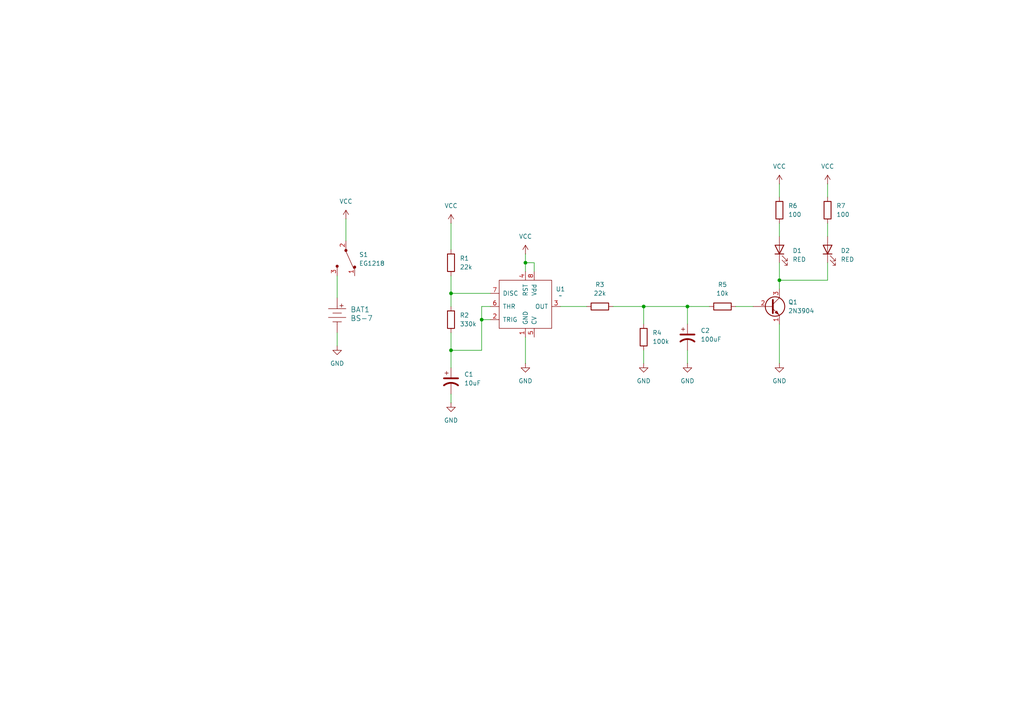
<source format=kicad_sch>
(kicad_sch (version 20231120) (generator "eeschema") (generator_version "8.0")
  (paper "A4")
  (title_block (title "555 Badge") (date "2024-10-30") (rev "v01") (comment 3 "Liesnse: CC BY4.0") (comment 4 "Author: Ekin Berktay"))
  (lib_symbols
    (symbol "7555:7555" (pin_names (offset 1.016))
      (property "Reference" "U" (at 26.162 -19.558 0))
      (symbol "7555_0_1"
        (rectangle (start 25.4 -20.32) (end 40.64 -34.29))
      )
      (symbol "7555_1_1"
        (pin input line (at 33.02 -36.83 90) (length 2.54) (name "GND") (number "1"))
        (pin input line (at 22.86 -31.75 0) (length 2.54) (name "TRIG") (number "2"))
        (pin input line (at 43.18 -27.94 180) (length 2.54) (name "OUT") (number "3"))
        (pin input line (at 33.02 -17.78 270) (length 2.54) (name "RST") (number "4"))
        (pin input line (at 35.56 -36.83 90) (length 2.54) (name "CV") (number "5"))
        (pin input line (at 22.86 -27.94 0) (length 2.54) (name "THR") (number "6"))
        (pin input line (at 22.86 -24.13 0) (length 2.54) (name "DISC") (number "7"))
        (pin input line (at 35.56 -17.78 270) (length 2.54) (name "Vdd") (number "8"))
      )
    )
    (symbol "Device:C_Polarized_US" (pin_numbers hide) (pin_names (offset 0.254) hide)
      (property "Reference" "C" (at 0.635 2.54 0))
      (property "Value" "C_Polarized_US" (at 0.635 -2.54 0))
      (symbol "C_Polarized_US_0_1"
        (polyline (pts (xy -2.032 0.762) (xy 2.032 0.762)) (stroke (width 0.508)))
        (polyline (pts (xy -1.778 2.286) (xy -0.762 2.286)))
        (polyline (pts (xy -1.27 1.778) (xy -1.27 2.794)))
        (arc (start 2.032 -1.27) (mid 0 -0.5572) (end -2.032 -1.27) (stroke (width 0.508)))
      )
      (symbol "C_Polarized_US_1_1"
        (pin passive line (at 0 3.81 270) (length 2.794) (name "~") (number "1"))
        (pin passive line (at 0 -3.81 90) (length 3.302) (name "~") (number "2"))
      )
    )
    (symbol "Device:LED" (pin_numbers hide) (pin_names (offset 1.016) hide)
      (property "Reference" "D" (at 0 2.54 0))
      (property "Value" "LED" (at 0 -2.54 0))
      (symbol "LED_0_1"
        (polyline (pts (xy -1.27 -1.27) (xy -1.27 1.27)) (stroke (width 0.254)))
        (polyline (pts (xy -1.27 0) (xy 1.27 0)))
        (polyline (pts (xy 1.27 -1.27) (xy 1.27 1.27) (xy -1.27 0) (xy 1.27 -1.27)) (stroke (width 0.254)))
        (polyline (pts (xy -3.048 -0.762) (xy -4.572 -2.286) (xy -3.81 -2.286) (xy -4.572 -2.286) (xy -4.572 -1.524)))
        (polyline (pts (xy -1.778 -0.762) (xy -3.302 -2.286) (xy -2.54 -2.286) (xy -3.302 -2.286) (xy -3.302 -1.524)))
      )
      (symbol "LED_1_1"
        (pin passive line (at -3.81 0 0) (length 2.54) (name "K") (number "1"))
        (pin passive line (at 3.81 0 180) (length 2.54) (name "A") (number "2"))
      )
    )
    (symbol "Device:R" (pin_numbers hide) (pin_names (offset 0))
      (property "Reference" "R" (at 2.032 0 90))
      (property "Value" "R" (at 0 0 90))
      (symbol "R_0_1"
        (rectangle (start -1.016 -2.54) (end 1.016 2.54) (stroke (width 0.254)))
      )
      (symbol "R_1_1"
        (pin passive line (at 0 3.81 270) (length 1.27) (name "~") (number "1"))
        (pin passive line (at 0 -3.81 90) (length 1.27) (name "~") (number "2"))
      )
    )
    (symbol "Transistor_BJT:2N3904" (pin_names (offset 0) hide)
      (property "Reference" "Q" (at 5.08 1.905 0))
      (property "Value" "2N3904" (at 5.08 0 0))
      (symbol "2N3904_0_1"
        (polyline (pts (xy 0.635 0.635) (xy 2.54 2.54)))
        (polyline (pts (xy 0.635 -0.635) (xy 2.54 -2.54) (xy 2.54 -2.54)))
        (polyline (pts (xy 0.635 1.905) (xy 0.635 -1.905) (xy 0.635 -1.905)) (stroke (width 0.508)))
        (polyline (pts (xy 1.27 -1.778) (xy 1.778 -1.27) (xy 2.286 -2.286) (xy 1.27 -1.778) (xy 1.27 -1.778)) (fill (type outline)))
        (circle (center 1.27 0) (radius 2.8194) (stroke (width 0.254)))
      )
      (symbol "2N3904_1_1"
        (pin passive line (at 2.54 -5.08 90) (length 2.54) (name "E") (number "1"))
        (pin passive line (at -5.08 0 0) (length 5.715) (name "B") (number "2"))
        (pin passive line (at 2.54 5.08 270) (length 2.54) (name "C") (number "3"))
      )
    )
    (symbol "dk_Battery-Holders-Clips-Contacts:BS-7" (pin_numbers hide) (pin_names (offset 1.016))
      (property "Reference" "BAT" (at -1.27 3.81 0))
      (property "Value" "BS-7" (at -1.27 -3.81 0))
      (symbol "BS-7_1_1"
        (polyline (pts (xy 0 -2.54) (xy 0 -1.905)))
        (polyline (pts (xy 0 1.905) (xy 0 2.54)))
        (polyline (pts (xy 1.27 -1.905) (xy -1.27 -1.905)))
        (polyline (pts (xy 1.27 0.635) (xy -1.27 0.635)))
        (polyline (pts (xy 1.27 2.286) (xy 1.27 3.302)))
        (polyline (pts (xy 1.778 2.794) (xy 0.762 2.794)))
        (polyline (pts (xy 2.54 -0.635) (xy -2.54 -0.635)))
        (polyline (pts (xy 2.54 1.905) (xy -2.54 1.905)))
        (pin power_out line (at 0 -5.08 90) (length 2.54) (name "~") (number "Neg"))
        (pin power_out line (at 0 5.08 270) (length 2.54) (name "~") (number "Pos"))
      )
    )
    (symbol "dk_Slide-Switches:EG1218" (pin_names (offset 0))
      (property "Reference" "S" (at -3.81 2.286 0))
      (property "Value" "EG1218" (at 0 -5.334 0))
      (symbol "EG1218_0_1"
        (circle (center -2.286 0) (radius 0.3556) (fill (type outline)))
        (polyline (pts (xy -2.032 0) (xy 3.048 2.286)))
        (circle (center 2.286 -2.54) (radius 0.3556) (fill (type outline)))
        (circle (center 2.54 2.54) (radius 0.3556) (fill (type outline)))
      )
      (symbol "EG1218_1_1"
        (pin passive line (at 5.08 2.54 180) (length 2.54) (name "~") (number "1"))
        (pin passive line (at -5.08 0 0) (length 2.54) (name "~") (number "2"))
        (pin passive line (at 5.08 -2.54 180) (length 2.54) (name "~") (number "3"))
      )
    )
    (symbol "power:GND" (power) (pin_numbers hide) (pin_names (offset 0) hide)
      (property "Value" "GND" (at 0 -3.81 0))
      (symbol "GND_0_1"
        (polyline (pts (xy 0 0) (xy 0 -1.27) (xy 1.27 -1.27) (xy 0 -2.54) (xy -1.27 -1.27) (xy 0 -1.27)))
      )
      (symbol "GND_1_1"
        (pin power_in line (at 0 0 270) (length 0) (name "~") (number "1"))
      )
    )
    (symbol "power:VCC" (power) (pin_numbers hide) (pin_names (offset 0) hide)
      (property "Value" "VCC" (at 0 3.556 0))
      (symbol "VCC_0_1"
        (polyline (pts (xy -0.762 1.27) (xy 0 2.54)))
        (polyline (pts (xy 0 0) (xy 0 2.54)))
        (polyline (pts (xy 0 2.54) (xy 0.762 1.27)))
      )
      (symbol "VCC_1_1"
        (pin power_in line (at 0 0 90) (length 0) (name "~") (number "1"))
      )
    )
  )
  (junction (at 226.06 81.28))
  (junction (at 152.4 76.2))
  (junction (at 186.69 88.9))
  (junction (at 139.7 92.71))
  (junction (at 130.81 101.6))
  (junction (at 130.81 85.09))
  (junction (at 199.39 88.9))
  (wire (pts (xy 130.81 64.77) (xy 130.81 72.39)))
  (wire (pts (xy 130.81 85.09) (xy 130.81 88.9)))
  (wire (pts (xy 199.39 101.6) (xy 199.39 105.41)))
  (wire (pts (xy 226.06 93.98) (xy 226.06 105.41)))
  (wire (pts (xy 130.81 96.52) (xy 130.81 101.6)))
  (wire (pts (xy 186.69 101.6) (xy 186.69 105.41)))
  (wire (pts (xy 130.81 80.01) (xy 130.81 85.09)))
  (wire (pts (xy 240.03 64.77) (xy 240.03 68.58)))
  (wire (pts (xy 226.06 81.28) (xy 226.06 83.82)))
  (wire (pts (xy 100.33 63.5) (xy 100.33 69.85)))
  (wire (pts (xy 130.81 101.6) (xy 130.81 106.68)))
  (wire (pts (xy 97.79 96.52) (xy 97.79 100.33)))
  (wire (pts (xy 130.81 85.09) (xy 142.24 85.09)))
  (wire (pts (xy 162.56 88.9) (xy 170.18 88.9)))
  (wire (pts (xy 226.06 53.34) (xy 226.06 57.15)))
  (wire (pts (xy 97.79 80.01) (xy 97.79 86.36)))
  (wire (pts (xy 152.4 76.2) (xy 152.4 78.74)))
  (wire (pts (xy 142.24 92.71) (xy 139.7 92.71)))
  (wire (pts (xy 213.36 88.9) (xy 218.44 88.9)))
  (wire (pts (xy 152.4 73.66) (xy 152.4 76.2)))
  (wire (pts (xy 186.69 88.9) (xy 186.69 93.98)))
  (wire (pts (xy 177.8 88.9) (xy 186.69 88.9)))
  (wire (pts (xy 186.69 88.9) (xy 199.39 88.9)))
  (wire (pts (xy 152.4 97.79) (xy 152.4 105.41)))
  (wire (pts (xy 139.7 92.71) (xy 139.7 101.6)))
  (wire (pts (xy 226.06 76.2) (xy 226.06 81.28)))
  (wire (pts (xy 142.24 88.9) (xy 139.7 88.9)))
  (wire (pts (xy 139.7 101.6) (xy 130.81 101.6)))
  (wire (pts (xy 154.94 78.74) (xy 154.94 76.2)))
  (wire (pts (xy 240.03 53.34) (xy 240.03 57.15)))
  (wire (pts (xy 130.81 114.3) (xy 130.81 116.84)))
  (wire (pts (xy 205.74 88.9) (xy 199.39 88.9)))
  (wire (pts (xy 152.4 76.2) (xy 154.94 76.2)))
  (wire (pts (xy 199.39 88.9) (xy 199.39 93.98)))
  (wire (pts (xy 139.7 88.9) (xy 139.7 92.71)))
  (wire (pts (xy 226.06 64.77) (xy 226.06 68.58)))
  (wire (pts (xy 240.03 81.28) (xy 226.06 81.28)))
  (wire (pts (xy 240.03 76.2) (xy 240.03 81.28)))
  (symbol (lib_id "power:GND") (at 130.81 116.84 0) (unit 1)
    (property "Reference" "#PWR01" (effects (hide yes)))
    (property "Value" "GND" (at 130.81 121.92 0))
    (property "Description" "Power symbol creates a global label with name \"GND\" , ground" (effects (hide yes)))
  )
  (symbol (lib_id "power:GND") (at 226.06 105.41 0) (unit 1)
    (property "Reference" "#PWR05" (effects (hide yes)))
    (property "Value" "GND" (at 226.06 110.49 0))
    (property "Description" "Power symbol creates a global label with name \"GND\" , ground" (effects (hide yes)))
  )
  (symbol (lib_id "power:GND") (at 186.69 105.41 0) (unit 1)
    (property "Reference" "#PWR03" (effects (hide yes)))
    (property "Value" "GND" (at 186.69 110.49 0))
    (property "Description" "Power symbol creates a global label with name \"GND\" , ground" (effects (hide yes)))
  )
  (symbol (lib_id "Device:C_Polarized_US") (at 199.39 97.79 0) (unit 1)
    (property "Reference" "C2" (at 203.2 95.8849 0) (effects (justify left)))
    (property "Value" "100uF" (at 203.2 98.4249 0) (effects (justify left)))
    (property "Footprint" "Capacitor_THT:CP_Radial_D6.3mm_P2.50mm" (effects (hide yes)))
    (property "Description" "Polarized capacitor, US symbol" (effects (hide yes)))
  )
  (symbol (lib_id "power:VCC") (at 130.81 64.77 0) (unit 1)
    (property "Reference" "#PWR07" (effects (hide yes)))
    (property "Value" "VCC" (at 130.81 59.69 0))
    (property "Description" "Power symbol creates a global label with name \"VCC\"" (effects (hide yes)))
  )
  (symbol (lib_id "power:VCC") (at 226.06 53.34 0) (unit 1)
    (property "Reference" "#PWR010" (effects (hide yes)))
    (property "Value" "VCC" (at 226.06 48.26 0))
    (property "Description" "Power symbol creates a global label with name \"VCC\"" (effects (hide yes)))
  )
  (symbol (lib_id "power:GND") (at 152.4 105.41 0) (unit 1)
    (property "Reference" "#PWR09" (effects (hide yes)))
    (property "Value" "GND" (at 152.4 110.49 0))
    (property "Description" "Power symbol creates a global label with name \"GND\" , ground" (effects (hide yes)))
  )
  (symbol (lib_id "power:GND") (at 199.39 105.41 0) (unit 1)
    (property "Reference" "#PWR04" (effects (hide yes)))
    (property "Value" "GND" (at 199.39 110.49 0))
    (property "Description" "Power symbol creates a global label with name \"GND\" , ground" (effects (hide yes)))
  )
  (symbol (lib_id "power:VCC") (at 240.03 53.34 0) (unit 1)
    (property "Reference" "#PWR011" (effects (hide yes)))
    (property "Value" "VCC" (at 240.03 48.26 0))
    (property "Description" "Power symbol creates a global label with name \"VCC\"" (effects (hide yes)))
  )
  (symbol (lib_id "Device:R") (at 226.06 60.96 0) (unit 1)
    (property "Reference" "R6" (at 228.6 59.6899 0) (effects (justify left)))
    (property "Value" "100" (at 228.6 62.2299 0) (effects (justify left)))
    (property "Footprint" "Resistor_THT:R_Axial_DIN0207_L6.3mm_D2.5mm_P7.62mm_Horizontal" (effects (hide yes)))
    (property "Description" "Resistor" (effects (hide yes)))
  )
  (symbol (lib_id "Device:LED") (at 240.03 72.39 90) (unit 1)
    (property "Reference" "D2" (at 243.84 72.7074 90) (effects (justify right)))
    (property "Value" "RED" (at 243.84 75.2474 90) (effects (justify right)))
    (property "Footprint" "LED_THT:LED_D3.0mm" (effects (hide yes)))
    (property "Description" "Light emitting diode" (effects (hide yes)))
  )
  (symbol (lib_id "power:GND") (at 97.79 100.33 0) (unit 1)
    (property "Reference" "#PWR02" (effects (hide yes)))
    (property "Value" "GND" (at 97.79 105.41 0))
    (property "Description" "Power symbol creates a global label with name \"GND\" , ground" (effects (hide yes)))
  )
  (symbol (lib_id "power:VCC") (at 100.33 63.5 0) (unit 1)
    (property "Reference" "#PWR06" (effects (hide yes)))
    (property "Value" "VCC" (at 100.33 58.42 0))
    (property "Description" "Power symbol creates a global label with name \"VCC\"" (effects (hide yes)))
  )
  (symbol (lib_id "Device:R") (at 130.81 76.2 0) (unit 1)
    (property "Reference" "R1" (at 133.35 74.9299 0) (effects (justify left)))
    (property "Value" "22k" (at 133.35 77.4699 0) (effects (justify left)))
    (property "Footprint" "Resistor_THT:R_Axial_DIN0207_L6.3mm_D2.5mm_P7.62mm_Horizontal" (effects (hide yes)))
    (property "Description" "Resistor" (effects (hide yes)))
  )
  (symbol (lib_id "dk_Battery-Holders-Clips-Contacts:BS-7") (at 97.79 91.44 0) (unit 1)
    (property "Reference" "BAT1" (at 101.6 89.7889 0) (effects (font (size 1.524 1.524)) (justify left)))
    (property "Value" "BS-7" (at 101.6 92.3289 0) (effects (font (size 1.524 1.524)) (justify left)))
    (property "Footprint" "digikey-footprints:Battery_Holder_Coin_2032_BS-7" (effects (hide yes)))
    (property "Datasheet" "http://www.memoryprotectiondevices.com/datasheets/BS-7-datasheet.pdf" (effects (hide yes)))
    (property "Description" "BATTERY HOLDER COIN 20MM PC PIN" (effects (hide yes)))
    (property "Digi-Key_PN" "BS-7-ND" (effects (hide yes)))
    (property "MPN" "BS-7" (effects (hide yes)))
    (property "Category" "Battery Products" (effects (hide yes)))
    (property "Family" "Battery Holders, Clips, Contacts" (effects (hide yes)))
    (property "DK_Datasheet_Link" "http://www.memoryprotectiondevices.com/datasheets/BS-7-datasheet.pdf" (effects (hide yes)))
    (property "DK_Detail_Page" "/product-detail/en/mpd-memory-protection-devices/BS-7/BS-7-ND/389447" (effects (hide yes)))
    (property "Description_1" "BATTERY HOLDER COIN 20MM PC PIN" (effects (hide yes)))
    (property "Manufacturer" "MPD (Memory Protection Devices)" (effects (hide yes)))
    (property "Status" "Active" (effects (hide yes)))
  )
  (symbol (lib_id "Device:R") (at 173.99 88.9 90) (unit 1)
    (property "Reference" "R3" (at 173.99 82.55 90))
    (property "Value" "22k" (at 173.99 85.09 90))
    (property "Footprint" "Resistor_THT:R_Axial_DIN0207_L6.3mm_D2.5mm_P7.62mm_Horizontal" (effects (hide yes)))
    (property "Description" "Resistor" (effects (hide yes)))
  )
  (symbol (lib_id "Transistor_BJT:2N3904") (at 223.52 88.9 0) (unit 1)
    (property "Reference" "Q1" (at 228.6 87.6299 0) (effects (justify left)))
    (property "Value" "2N3904" (at 228.6 90.1699 0) (effects (justify left)))
    (property "Footprint" "digikey-footprints:TO-92-3" (effects (hide yes)))
    (property "Datasheet" "https://www.onsemi.com/pub/Collateral/2N3903-D.PDF" (effects (hide yes)))
    (property "Description" "0.2A Ic, 40V Vce, Small Signal NPN Transistor, TO-92" (effects (hide yes)))
  )
  (symbol (lib_id "power:VCC") (at 152.4 73.66 0) (unit 1)
    (property "Reference" "#PWR08" (effects (hide yes)))
    (property "Value" "VCC" (at 152.4 68.58 0))
    (property "Description" "Power symbol creates a global label with name \"VCC\"" (effects (hide yes)))
  )
  (symbol (lib_id "dk_Slide-Switches:EG1218") (at 100.33 74.93 270) (unit 1)
    (property "Reference" "S1" (at 104.14 73.8631 90) (effects (justify left)))
    (property "Value" "EG1218" (at 104.14 76.4031 90) (effects (justify left)))
    (property "Footprint" "digikey-footprints:Switch_Slide_11.6x4mm_EG1218" (effects (hide yes)))
    (property "Datasheet" "http://spec_sheets.e-switch.com/specs/P040040.pdf" (effects (hide yes)))
    (property "Description" "SWITCH SLIDE SPDT 200MA 30V" (effects (hide yes)))
    (property "Digi-Key_PN" "EG1903-ND" (effects (hide yes)))
    (property "MPN" "EG1218" (effects (hide yes)))
    (property "Category" "Switches" (effects (hide yes)))
    (property "Family" "Slide Switches" (effects (hide yes)))
    (property "DK_Datasheet_Link" "http://spec_sheets.e-switch.com/specs/P040040.pdf" (effects (hide yes)))
    (property "DK_Detail_Page" "/product-detail/en/e-switch/EG1218/EG1903-ND/101726" (effects (hide yes)))
    (property "Description_1" "SWITCH SLIDE SPDT 200MA 30V" (effects (hide yes)))
    (property "Manufacturer" "E-Switch" (effects (hide yes)))
    (property "Status" "Active" (effects (hide yes)))
  )
  (symbol (lib_id "Device:R") (at 240.03 60.96 0) (unit 1)
    (property "Reference" "R7" (at 242.57 59.6899 0) (effects (justify left)))
    (property "Value" "100" (at 242.57 62.2299 0) (effects (justify left)))
    (property "Footprint" "Resistor_THT:R_Axial_DIN0207_L6.3mm_D2.5mm_P7.62mm_Horizontal" (effects (hide yes)))
    (property "Description" "Resistor" (effects (hide yes)))
  )
  (symbol (lib_id "Device:LED") (at 226.06 72.39 90) (unit 1)
    (property "Reference" "D1" (at 229.87 72.7074 90) (effects (justify right)))
    (property "Value" "RED" (at 229.87 75.2474 90) (effects (justify right)))
    (property "Footprint" "LED_THT:LED_D3.0mm" (effects (hide yes)))
    (property "Description" "Light emitting diode" (effects (hide yes)))
  )
  (symbol (lib_id "Device:C_Polarized_US") (at 130.81 110.49 0) (unit 1)
    (property "Reference" "C1" (at 134.62 108.5849 0) (effects (justify left)))
    (property "Value" "10uF" (at 134.62 111.1249 0) (effects (justify left)))
    (property "Footprint" "Capacitor_THT:CP_Radial_D5.0mm_P2.00mm" (effects (hide yes)))
    (property "Description" "Polarized capacitor, US symbol" (effects (hide yes)))
  )
  (symbol (lib_id "Device:R") (at 186.69 97.79 0) (unit 1)
    (property "Reference" "R4" (at 189.23 96.5199 0) (effects (justify left)))
    (property "Value" "100k" (at 189.23 99.0599 0) (effects (justify left)))
    (property "Footprint" "Resistor_THT:R_Axial_DIN0207_L6.3mm_D2.5mm_P7.62mm_Horizontal" (effects (hide yes)))
    (property "Description" "Resistor" (effects (hide yes)))
  )
  (symbol (lib_id "Device:R") (at 130.81 92.71 0) (unit 1)
    (property "Reference" "R2" (at 133.35 91.4399 0) (effects (justify left)))
    (property "Value" "330k" (at 133.35 93.9799 0) (effects (justify left)))
    (property "Footprint" "Resistor_THT:R_Axial_DIN0207_L6.3mm_D2.5mm_P7.62mm_Horizontal" (effects (hide yes)))
    (property "Description" "Resistor" (effects (hide yes)))
  )
  (symbol (lib_id "7555:7555") (at 119.38 60.96 0) (unit 1)
    (property "Reference" "U1" (at 162.56 83.8514 0))
    (property "Value" "~" (at 162.56 85.7565 0))
    (property "Footprint" "555_Badge:ICM7555-PDIP" (effects (hide yes)))
  )
  (symbol (lib_id "Device:R") (at 209.55 88.9 90) (unit 1)
    (property "Reference" "R5" (at 209.55 82.55 90))
    (property "Value" "10k" (at 209.55 85.09 90))
    (property "Footprint" "Resistor_THT:R_Axial_DIN0207_L6.3mm_D2.5mm_P7.62mm_Horizontal" (effects (hide yes)))
    (property "Description" "Resistor" (effects (hide yes)))
  )
)
</source>
